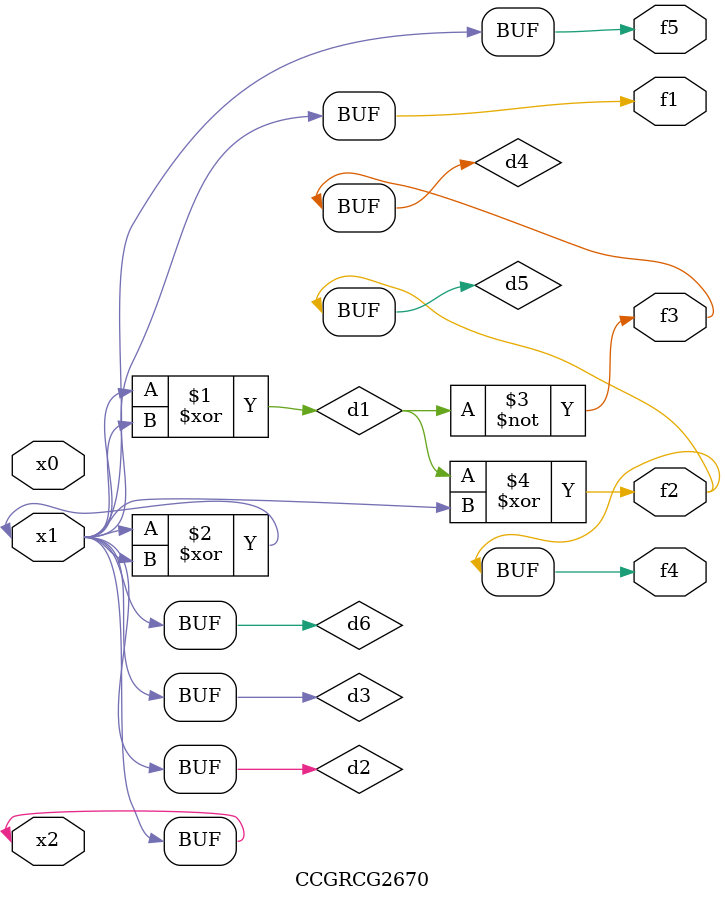
<source format=v>
module CCGRCG2670(
	input x0, x1, x2,
	output f1, f2, f3, f4, f5
);

	wire d1, d2, d3, d4, d5, d6;

	xor (d1, x1, x2);
	buf (d2, x1, x2);
	xor (d3, x1, x2);
	nor (d4, d1);
	xor (d5, d1, d2);
	buf (d6, d2, d3);
	assign f1 = d6;
	assign f2 = d5;
	assign f3 = d4;
	assign f4 = d5;
	assign f5 = d6;
endmodule

</source>
